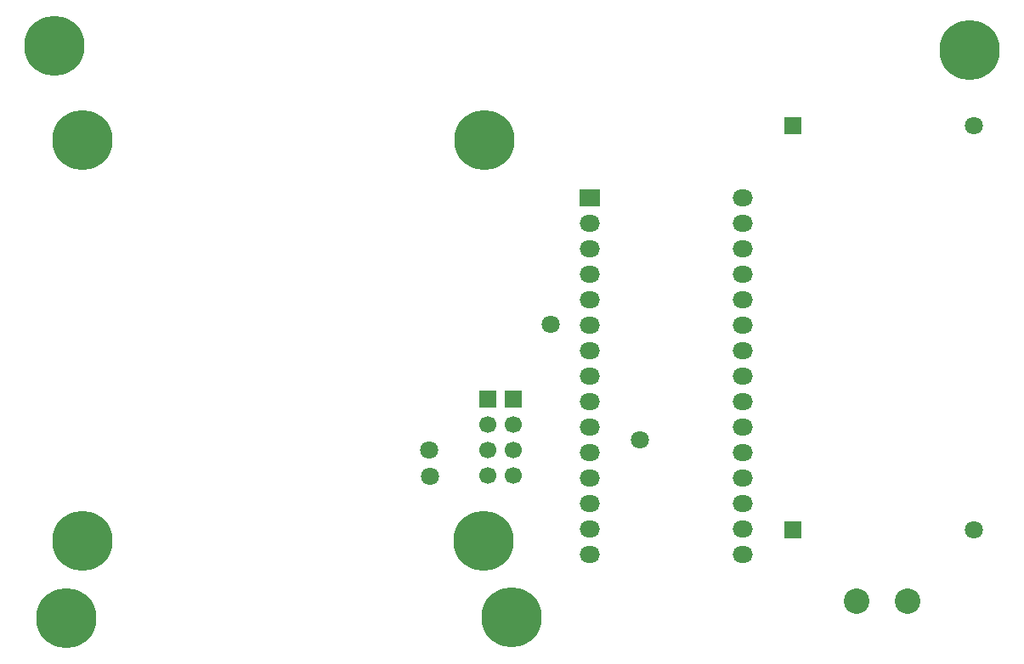
<source format=gtl>
G04*
G04 #@! TF.GenerationSoftware,Altium Limited,Altium Designer,23.4.1 (23)*
G04*
G04 Layer_Physical_Order=1*
G04 Layer_Color=255*
%FSLAX44Y44*%
%MOMM*%
G71*
G04*
G04 #@! TF.SameCoordinates,CD9FDB66-F090-44B4-BA50-0B1389574BE9*
G04*
G04*
G04 #@! TF.FilePolarity,Positive*
G04*
G01*
G75*
%ADD21C,6.0000*%
%ADD22O,2.0320X1.6510*%
%ADD23R,2.0320X1.6510*%
%ADD24R,1.7000X1.7000*%
%ADD25C,1.7000*%
%ADD26R,1.8000X1.8000*%
%ADD27C,1.8000*%
%ADD28C,2.5400*%
D21*
X1494000Y752000D02*
D03*
X582000Y757000D02*
D03*
X594000Y186000D02*
D03*
X1010000Y663000D02*
D03*
X1009800Y263200D02*
D03*
X610200D02*
D03*
X610000Y663000D02*
D03*
X1037000Y187000D02*
D03*
D22*
X1267400Y427400D02*
D03*
Y376600D02*
D03*
Y402000D02*
D03*
Y478200D02*
D03*
Y452800D02*
D03*
Y325800D02*
D03*
Y351200D02*
D03*
X1115000Y249600D02*
D03*
X1267400Y275000D02*
D03*
Y249600D02*
D03*
Y300400D02*
D03*
X1115000Y275000D02*
D03*
Y325800D02*
D03*
Y300400D02*
D03*
Y351200D02*
D03*
Y376600D02*
D03*
Y402000D02*
D03*
Y554400D02*
D03*
Y529000D02*
D03*
Y503600D02*
D03*
Y478200D02*
D03*
Y452800D02*
D03*
Y427400D02*
D03*
Y579800D02*
D03*
X1267400D02*
D03*
Y605200D02*
D03*
Y529000D02*
D03*
Y503600D02*
D03*
Y554400D02*
D03*
D23*
X1115000Y605200D02*
D03*
D24*
X1014000Y404200D02*
D03*
X1039000D02*
D03*
D25*
X1014000Y378800D02*
D03*
Y353400D02*
D03*
Y328000D02*
D03*
X1039000Y378800D02*
D03*
Y353400D02*
D03*
Y328000D02*
D03*
D26*
X1318000Y677000D02*
D03*
Y274000D02*
D03*
D27*
X1498000Y677000D02*
D03*
Y274000D02*
D03*
X1165000Y364000D02*
D03*
X956000Y327000D02*
D03*
X955000Y354000D02*
D03*
X1076000Y479000D02*
D03*
D28*
X1431800Y203000D02*
D03*
X1381000D02*
D03*
M02*

</source>
